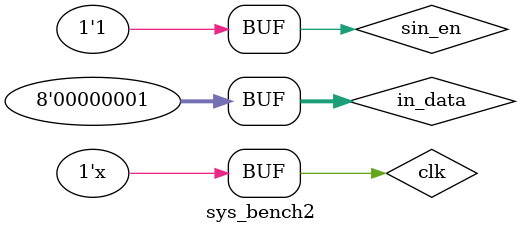
<source format=v>
`timescale 1ns / 1ps


module sys_bench2;

	// Inputs
	reg sin_en;
	reg clk;
	reg [7:0] in_data;

	// Outputs
	wire [7:0] cbit_out;
	wire sys_enable;

	// Instantiate the Unit Under Test (UUT)
	systolic uut (
		.cbit_out(cbit_out),
		.cbit_data(cbit_data),
		.sin_en(sin_en), 
		.clk(clk), 
		.in_data(in_data), 
		.sys_enable(sys_enable)
	);
 always begin
#2 clk=~clk; end


	initial begin
		// Initialize Inputs
		sin_en = 0;
		clk = 0;
		in_data = 0;

		// Wait 100 ns for global reset to finish
				sin_en=1;
		  in_data = 8'd2;
		 #4 in_data = 8'd2;
		 #4 in_data = 8'd2;
		 #4 in_data = 8'd2;
		 
		 #4 in_data = 8'd2;
		 #4 in_data = 8'd2;
		 #4 in_data = 8'd2;
		 #4 in_data = 8'd2;
			
		 #4 in_data = 8'd2;
		 
		 #4 in_data = 8'd1;
		 #4 in_data = 8'd1;
		 #4 in_data = 8'd1;
		 
		 #4 in_data = 8'd1;
		 #4 in_data = 8'd1;
		 #4 in_data = 8'd1;
		 #4 in_data = 8'd1;
			
		 #4 in_data = 8'd1;
		 
		 
        
		// Add stimulus here

	end
      
endmodule


</source>
